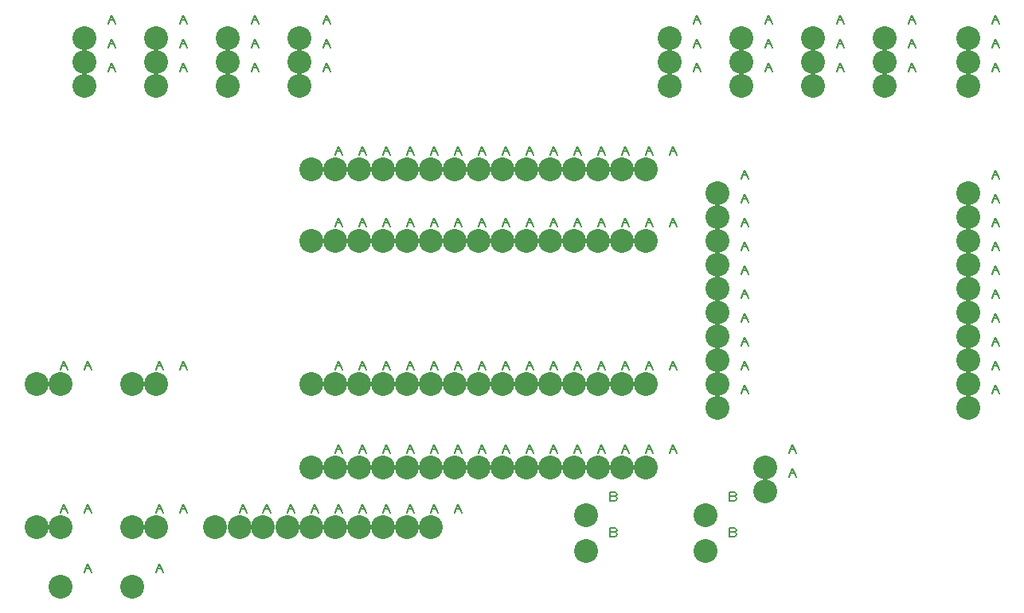
<source format=gbr>
%FSLAX23Y23*%
%MOIN*%
G04 EasyPC Gerber Version 17.0 Build 3379 *
%ADD11C,0.00500*%
%ADD19C,0.10000*%
X0Y0D02*
D02*
D11*
X353Y512D02*
X368Y549D01*
X384Y512*
X359Y527D02*
X378D01*
X353Y1112D02*
X368Y1149D01*
X384Y1112*
X359Y1127D02*
X378D01*
X453Y262D02*
X468Y299D01*
X484Y262*
X459Y278D02*
X477D01*
X453Y512D02*
X468Y549D01*
X484Y512*
X459Y527D02*
X477D01*
X453Y1112D02*
X468Y1149D01*
X484Y1112*
X459Y1127D02*
X477D01*
X553Y2362D02*
X568Y2399D01*
X584Y2362*
X559Y2378D02*
X578D01*
X553Y2462D02*
X568Y2499D01*
X584Y2462*
X559Y2478D02*
X578D01*
X553Y2562D02*
X568Y2599D01*
X584Y2562*
X559Y2578D02*
X578D01*
X753Y262D02*
X768Y299D01*
X784Y262*
X759Y278D02*
X778D01*
X753Y512D02*
X768Y549D01*
X784Y512*
X759Y527D02*
X778D01*
X753Y1112D02*
X768Y1149D01*
X784Y1112*
X759Y1127D02*
X778D01*
X853Y512D02*
X868Y549D01*
X884Y512*
X859Y527D02*
X877D01*
X853Y1112D02*
X868Y1149D01*
X884Y1112*
X859Y1127D02*
X877D01*
X853Y2362D02*
X868Y2399D01*
X884Y2362*
X859Y2378D02*
X877D01*
X853Y2462D02*
X868Y2499D01*
X884Y2462*
X859Y2478D02*
X877D01*
X853Y2562D02*
X868Y2599D01*
X884Y2562*
X859Y2578D02*
X877D01*
X1103Y512D02*
X1118Y549D01*
X1134Y512*
X1109Y527D02*
X1127D01*
X1153Y2362D02*
X1168Y2399D01*
X1184Y2362*
X1159Y2378D02*
X1178D01*
X1153Y2462D02*
X1168Y2499D01*
X1184Y2462*
X1159Y2478D02*
X1178D01*
X1153Y2562D02*
X1168Y2599D01*
X1184Y2562*
X1159Y2578D02*
X1178D01*
X1202Y512D02*
X1218Y549D01*
X1234Y512*
X1209Y527D02*
X1228D01*
X1303Y512D02*
X1318Y549D01*
X1334Y512*
X1309Y527D02*
X1328D01*
X1403Y512D02*
X1418Y549D01*
X1434Y512*
X1409Y527D02*
X1428D01*
X1453Y2362D02*
X1468Y2399D01*
X1484Y2362*
X1459Y2378D02*
X1478D01*
X1453Y2462D02*
X1468Y2499D01*
X1484Y2462*
X1459Y2478D02*
X1478D01*
X1453Y2562D02*
X1468Y2599D01*
X1484Y2562*
X1459Y2578D02*
X1478D01*
X1503Y512D02*
X1518Y549D01*
X1534Y512*
X1509Y527D02*
X1528D01*
X1503Y762D02*
X1518Y799D01*
X1534Y762*
X1509Y778D02*
X1528D01*
X1503Y1112D02*
X1518Y1149D01*
X1534Y1112*
X1509Y1127D02*
X1528D01*
X1503Y1712D02*
X1518Y1749D01*
X1534Y1712*
X1509Y1728D02*
X1528D01*
X1503Y2012D02*
X1518Y2049D01*
X1534Y2012*
X1509Y2028D02*
X1528D01*
X1603Y512D02*
X1618Y549D01*
X1634Y512*
X1609Y527D02*
X1628D01*
X1603Y762D02*
X1618Y799D01*
X1634Y762*
X1609Y778D02*
X1628D01*
X1603Y1112D02*
X1618Y1149D01*
X1634Y1112*
X1609Y1127D02*
X1628D01*
X1603Y1712D02*
X1618Y1749D01*
X1634Y1712*
X1609Y1728D02*
X1628D01*
X1603Y2012D02*
X1618Y2049D01*
X1634Y2012*
X1609Y2028D02*
X1628D01*
X1703Y512D02*
X1718Y549D01*
X1734Y512*
X1709Y527D02*
X1728D01*
X1703Y762D02*
X1718Y799D01*
X1734Y762*
X1709Y778D02*
X1728D01*
X1703Y1112D02*
X1718Y1149D01*
X1734Y1112*
X1709Y1127D02*
X1728D01*
X1703Y1712D02*
X1718Y1749D01*
X1734Y1712*
X1709Y1728D02*
X1728D01*
X1703Y2012D02*
X1718Y2049D01*
X1734Y2012*
X1709Y2028D02*
X1728D01*
X1803Y512D02*
X1818Y549D01*
X1834Y512*
X1809Y527D02*
X1828D01*
X1803Y762D02*
X1818Y799D01*
X1834Y762*
X1809Y778D02*
X1828D01*
X1803Y1112D02*
X1818Y1149D01*
X1834Y1112*
X1809Y1127D02*
X1828D01*
X1803Y1712D02*
X1818Y1749D01*
X1834Y1712*
X1809Y1728D02*
X1828D01*
X1803Y2012D02*
X1818Y2049D01*
X1834Y2012*
X1809Y2028D02*
X1828D01*
X1903Y512D02*
X1918Y549D01*
X1934Y512*
X1909Y527D02*
X1928D01*
X1903Y762D02*
X1918Y799D01*
X1934Y762*
X1909Y778D02*
X1928D01*
X1903Y1112D02*
X1918Y1149D01*
X1934Y1112*
X1909Y1127D02*
X1928D01*
X1903Y1712D02*
X1918Y1749D01*
X1934Y1712*
X1909Y1728D02*
X1928D01*
X1903Y2012D02*
X1918Y2049D01*
X1934Y2012*
X1909Y2028D02*
X1928D01*
X2003Y512D02*
X2018Y549D01*
X2034Y512*
X2009Y527D02*
X2028D01*
X2003Y762D02*
X2018Y799D01*
X2034Y762*
X2009Y778D02*
X2028D01*
X2003Y1112D02*
X2018Y1149D01*
X2034Y1112*
X2009Y1127D02*
X2028D01*
X2003Y1712D02*
X2018Y1749D01*
X2034Y1712*
X2009Y1728D02*
X2028D01*
X2003Y2012D02*
X2018Y2049D01*
X2034Y2012*
X2009Y2028D02*
X2028D01*
X2103Y762D02*
X2118Y799D01*
X2134Y762*
X2109Y778D02*
X2128D01*
X2103Y1112D02*
X2118Y1149D01*
X2134Y1112*
X2109Y1127D02*
X2128D01*
X2103Y1712D02*
X2118Y1749D01*
X2134Y1712*
X2109Y1728D02*
X2128D01*
X2103Y2012D02*
X2118Y2049D01*
X2134Y2012*
X2109Y2028D02*
X2128D01*
X2203Y762D02*
X2218Y799D01*
X2234Y762*
X2209Y778D02*
X2228D01*
X2203Y1112D02*
X2218Y1149D01*
X2234Y1112*
X2209Y1127D02*
X2228D01*
X2203Y1712D02*
X2218Y1749D01*
X2234Y1712*
X2209Y1728D02*
X2228D01*
X2203Y2012D02*
X2218Y2049D01*
X2234Y2012*
X2209Y2028D02*
X2228D01*
X2303Y762D02*
X2318Y799D01*
X2334Y762*
X2309Y778D02*
X2328D01*
X2303Y1112D02*
X2318Y1149D01*
X2334Y1112*
X2309Y1127D02*
X2328D01*
X2303Y1712D02*
X2318Y1749D01*
X2334Y1712*
X2309Y1728D02*
X2328D01*
X2303Y2012D02*
X2318Y2049D01*
X2334Y2012*
X2309Y2028D02*
X2328D01*
X2403Y762D02*
X2418Y799D01*
X2434Y762*
X2409Y778D02*
X2428D01*
X2403Y1112D02*
X2418Y1149D01*
X2434Y1112*
X2409Y1127D02*
X2428D01*
X2403Y1712D02*
X2418Y1749D01*
X2434Y1712*
X2409Y1728D02*
X2428D01*
X2403Y2012D02*
X2418Y2049D01*
X2434Y2012*
X2409Y2028D02*
X2428D01*
X2503Y762D02*
X2518Y799D01*
X2534Y762*
X2509Y778D02*
X2528D01*
X2503Y1112D02*
X2518Y1149D01*
X2534Y1112*
X2509Y1127D02*
X2528D01*
X2503Y1712D02*
X2518Y1749D01*
X2534Y1712*
X2509Y1728D02*
X2528D01*
X2503Y2012D02*
X2518Y2049D01*
X2534Y2012*
X2509Y2028D02*
X2528D01*
X2603Y762D02*
X2618Y799D01*
X2634Y762*
X2609Y778D02*
X2628D01*
X2603Y1112D02*
X2618Y1149D01*
X2634Y1112*
X2609Y1127D02*
X2628D01*
X2603Y1712D02*
X2618Y1749D01*
X2634Y1712*
X2609Y1728D02*
X2628D01*
X2603Y2012D02*
X2618Y2049D01*
X2634Y2012*
X2609Y2028D02*
X2628D01*
X2674Y431D02*
X2681Y428D01*
X2684Y421*
X2681Y415*
X2674Y412*
X2653*
Y449*
X2674*
X2681Y446*
X2684Y440*
X2681Y434*
X2674Y431*
X2653*
X2674Y581D02*
X2681Y578D01*
X2684Y571*
X2681Y565*
X2674Y562*
X2653*
Y599*
X2674*
X2681Y596*
X2684Y590*
X2681Y584*
X2674Y581*
X2653*
X2703Y762D02*
X2718Y799D01*
X2734Y762*
X2709Y778D02*
X2728D01*
X2703Y1112D02*
X2718Y1149D01*
X2734Y1112*
X2709Y1127D02*
X2728D01*
X2703Y1712D02*
X2718Y1749D01*
X2734Y1712*
X2709Y1728D02*
X2728D01*
X2703Y2012D02*
X2718Y2049D01*
X2734Y2012*
X2709Y2028D02*
X2728D01*
X2803Y762D02*
X2818Y799D01*
X2834Y762*
X2809Y778D02*
X2828D01*
X2803Y1112D02*
X2818Y1149D01*
X2834Y1112*
X2809Y1127D02*
X2828D01*
X2803Y1712D02*
X2818Y1749D01*
X2834Y1712*
X2809Y1728D02*
X2828D01*
X2803Y2012D02*
X2818Y2049D01*
X2834Y2012*
X2809Y2028D02*
X2828D01*
X2903Y762D02*
X2918Y799D01*
X2934Y762*
X2909Y778D02*
X2928D01*
X2903Y1112D02*
X2918Y1149D01*
X2934Y1112*
X2909Y1127D02*
X2928D01*
X2903Y1712D02*
X2918Y1749D01*
X2934Y1712*
X2909Y1728D02*
X2928D01*
X2903Y2012D02*
X2918Y2049D01*
X2934Y2012*
X2909Y2028D02*
X2928D01*
X3003Y2362D02*
X3018Y2399D01*
X3034Y2362*
X3009Y2378D02*
X3028D01*
X3003Y2462D02*
X3018Y2499D01*
X3034Y2462*
X3009Y2478D02*
X3028D01*
X3003Y2562D02*
X3018Y2599D01*
X3034Y2562*
X3009Y2578D02*
X3028D01*
X3174Y431D02*
X3181Y428D01*
X3184Y421*
X3181Y415*
X3174Y412*
X3153*
Y449*
X3174*
X3181Y446*
X3184Y440*
X3181Y434*
X3174Y431*
X3153*
X3174Y581D02*
X3181Y578D01*
X3184Y571*
X3181Y565*
X3174Y562*
X3153*
Y599*
X3174*
X3181Y596*
X3184Y590*
X3181Y584*
X3174Y581*
X3153*
X3203Y1012D02*
X3218Y1049D01*
X3234Y1012*
X3209Y1028D02*
X3228D01*
X3203Y1112D02*
X3218Y1149D01*
X3234Y1112*
X3209Y1127D02*
X3228D01*
X3203Y1212D02*
X3218Y1249D01*
X3234Y1212*
X3209Y1228D02*
X3228D01*
X3203Y1312D02*
X3218Y1349D01*
X3234Y1312*
X3209Y1328D02*
X3228D01*
X3203Y1412D02*
X3218Y1449D01*
X3234Y1412*
X3209Y1428D02*
X3228D01*
X3203Y1512D02*
X3218Y1549D01*
X3234Y1512*
X3209Y1528D02*
X3228D01*
X3203Y1612D02*
X3218Y1649D01*
X3234Y1612*
X3209Y1628D02*
X3228D01*
X3203Y1712D02*
X3218Y1749D01*
X3234Y1712*
X3209Y1728D02*
X3228D01*
X3203Y1812D02*
X3218Y1849D01*
X3234Y1812*
X3209Y1828D02*
X3228D01*
X3203Y1912D02*
X3218Y1949D01*
X3234Y1912*
X3209Y1928D02*
X3228D01*
X3303Y2362D02*
X3318Y2399D01*
X3334Y2362*
X3309Y2378D02*
X3328D01*
X3303Y2462D02*
X3318Y2499D01*
X3334Y2462*
X3309Y2478D02*
X3328D01*
X3303Y2562D02*
X3318Y2599D01*
X3334Y2562*
X3309Y2578D02*
X3328D01*
X3403Y662D02*
X3418Y699D01*
X3434Y662*
X3409Y678D02*
X3428D01*
X3403Y762D02*
X3418Y799D01*
X3434Y762*
X3409Y778D02*
X3428D01*
X3603Y2362D02*
X3618Y2399D01*
X3634Y2362*
X3609Y2378D02*
X3628D01*
X3603Y2462D02*
X3618Y2499D01*
X3634Y2462*
X3609Y2478D02*
X3628D01*
X3603Y2562D02*
X3618Y2599D01*
X3634Y2562*
X3609Y2578D02*
X3628D01*
X3903Y2362D02*
X3918Y2399D01*
X3934Y2362*
X3909Y2378D02*
X3928D01*
X3903Y2462D02*
X3918Y2499D01*
X3934Y2462*
X3909Y2478D02*
X3928D01*
X3903Y2562D02*
X3918Y2599D01*
X3934Y2562*
X3909Y2578D02*
X3928D01*
X4253Y1012D02*
X4268Y1049D01*
X4284Y1012*
X4259Y1028D02*
X4278D01*
X4253Y1112D02*
X4268Y1149D01*
X4284Y1112*
X4259Y1127D02*
X4278D01*
X4253Y1212D02*
X4268Y1249D01*
X4284Y1212*
X4259Y1228D02*
X4278D01*
X4253Y1312D02*
X4268Y1349D01*
X4284Y1312*
X4259Y1328D02*
X4278D01*
X4253Y1412D02*
X4268Y1449D01*
X4284Y1412*
X4259Y1428D02*
X4278D01*
X4253Y1512D02*
X4268Y1549D01*
X4284Y1512*
X4259Y1528D02*
X4278D01*
X4253Y1612D02*
X4268Y1649D01*
X4284Y1612*
X4259Y1628D02*
X4278D01*
X4253Y1712D02*
X4268Y1749D01*
X4284Y1712*
X4259Y1728D02*
X4278D01*
X4253Y1812D02*
X4268Y1849D01*
X4284Y1812*
X4259Y1828D02*
X4278D01*
X4253Y1912D02*
X4268Y1949D01*
X4284Y1912*
X4259Y1928D02*
X4278D01*
X4253Y2362D02*
X4268Y2399D01*
X4284Y2362*
X4259Y2378D02*
X4278D01*
X4253Y2462D02*
X4268Y2499D01*
X4284Y2462*
X4259Y2478D02*
X4278D01*
X4253Y2562D02*
X4268Y2599D01*
X4284Y2562*
X4259Y2578D02*
X4278D01*
D02*
D19*
X253Y453D03*
Y1053D03*
X353Y203D03*
Y453D03*
Y1053D03*
X453Y2303D03*
Y2403D03*
Y2503D03*
X653Y203D03*
Y453D03*
Y1053D03*
X753Y453D03*
Y1053D03*
Y2303D03*
Y2403D03*
Y2503D03*
X1002Y453D03*
X1053Y2303D03*
Y2403D03*
Y2503D03*
X1103Y453D03*
X1202D03*
X1303D03*
X1353Y2303D03*
Y2403D03*
Y2503D03*
X1403Y453D03*
Y703D03*
Y1053D03*
Y1653D03*
Y1953D03*
X1503Y453D03*
Y703D03*
Y1053D03*
Y1653D03*
Y1953D03*
X1603Y453D03*
Y703D03*
Y1053D03*
Y1653D03*
Y1953D03*
X1703Y453D03*
Y703D03*
Y1053D03*
Y1653D03*
Y1953D03*
X1803Y453D03*
Y703D03*
Y1053D03*
Y1653D03*
Y1953D03*
X1903Y453D03*
Y703D03*
Y1053D03*
Y1653D03*
Y1953D03*
X2003Y703D03*
Y1053D03*
Y1653D03*
Y1953D03*
X2103Y703D03*
Y1053D03*
Y1653D03*
Y1953D03*
X2203Y703D03*
Y1053D03*
Y1653D03*
Y1953D03*
X2303Y703D03*
Y1053D03*
Y1653D03*
Y1953D03*
X2403Y703D03*
Y1053D03*
Y1653D03*
Y1953D03*
X2503Y703D03*
Y1053D03*
Y1653D03*
Y1953D03*
X2553Y353D03*
Y502D03*
X2603Y703D03*
Y1053D03*
Y1653D03*
Y1953D03*
X2703Y703D03*
Y1053D03*
Y1653D03*
Y1953D03*
X2803Y703D03*
Y1053D03*
Y1653D03*
Y1953D03*
X2903Y2303D03*
Y2403D03*
Y2503D03*
X3053Y353D03*
Y502D03*
X3103Y953D03*
Y1053D03*
Y1153D03*
Y1252D03*
Y1353D03*
Y1453D03*
Y1553D03*
Y1653D03*
Y1753D03*
Y1853D03*
X3203Y2303D03*
Y2403D03*
Y2503D03*
X3303Y603D03*
Y703D03*
X3503Y2303D03*
Y2403D03*
Y2503D03*
X3803Y2303D03*
Y2403D03*
Y2503D03*
X4153Y953D03*
Y1053D03*
Y1153D03*
Y1252D03*
Y1353D03*
Y1453D03*
Y1553D03*
Y1653D03*
Y1753D03*
Y1853D03*
Y2303D03*
Y2403D03*
Y2503D03*
X0Y0D02*
M02*

</source>
